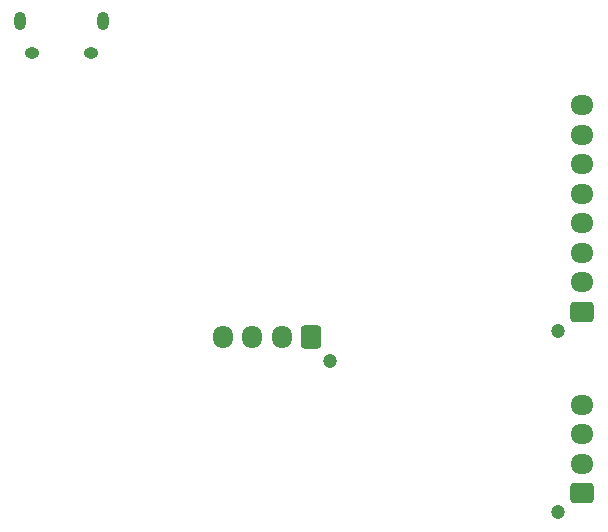
<source format=gbr>
%TF.GenerationSoftware,KiCad,Pcbnew,(6.0.7)*%
%TF.CreationDate,2022-10-14T07:02:42-05:00*%
%TF.ProjectId,SmartSpin2k,536d6172-7453-4706-996e-326b2e6b6963,prototype*%
%TF.SameCoordinates,Original*%
%TF.FileFunction,Soldermask,Bot*%
%TF.FilePolarity,Negative*%
%FSLAX46Y46*%
G04 Gerber Fmt 4.6, Leading zero omitted, Abs format (unit mm)*
G04 Created by KiCad (PCBNEW (6.0.7)) date 2022-10-14 07:02:42*
%MOMM*%
%LPD*%
G01*
G04 APERTURE LIST*
G04 Aperture macros list*
%AMRoundRect*
0 Rectangle with rounded corners*
0 $1 Rounding radius*
0 $2 $3 $4 $5 $6 $7 $8 $9 X,Y pos of 4 corners*
0 Add a 4 corners polygon primitive as box body*
4,1,4,$2,$3,$4,$5,$6,$7,$8,$9,$2,$3,0*
0 Add four circle primitives for the rounded corners*
1,1,$1+$1,$2,$3*
1,1,$1+$1,$4,$5*
1,1,$1+$1,$6,$7*
1,1,$1+$1,$8,$9*
0 Add four rect primitives between the rounded corners*
20,1,$1+$1,$2,$3,$4,$5,0*
20,1,$1+$1,$4,$5,$6,$7,0*
20,1,$1+$1,$6,$7,$8,$9,0*
20,1,$1+$1,$8,$9,$2,$3,0*%
G04 Aperture macros list end*
%ADD10O,1.250000X0.950000*%
%ADD11O,1.000000X1.550000*%
%ADD12C,1.200000*%
%ADD13RoundRect,0.250000X0.725000X-0.600000X0.725000X0.600000X-0.725000X0.600000X-0.725000X-0.600000X0*%
%ADD14O,1.950000X1.700000*%
%ADD15RoundRect,0.250000X0.600000X0.725000X-0.600000X0.725000X-0.600000X-0.725000X0.600000X-0.725000X0*%
%ADD16O,1.700000X1.950000*%
G04 APERTURE END LIST*
D10*
%TO.C,J3*%
X10186600Y55790000D03*
X5186600Y55790000D03*
D11*
X11186600Y58490000D03*
X4186600Y58490000D03*
%TD*%
D12*
%TO.C,J1*%
X49721800Y16920000D03*
D13*
X51721800Y18520000D03*
D14*
X51721800Y21020000D03*
X51721800Y23520000D03*
X51721800Y26020000D03*
%TD*%
D12*
%TO.C,J2*%
X49725000Y32280000D03*
D13*
X51725000Y33880000D03*
D14*
X51725000Y36380000D03*
X51725000Y38880000D03*
X51725000Y41380000D03*
X51725000Y43880000D03*
X51725000Y46380000D03*
X51725000Y48880000D03*
X51725000Y51380000D03*
%TD*%
D12*
%TO.C,J4*%
X30410000Y29765000D03*
D15*
X28810000Y31765000D03*
D16*
X26310000Y31765000D03*
X23810000Y31765000D03*
X21310000Y31765000D03*
%TD*%
M02*

</source>
